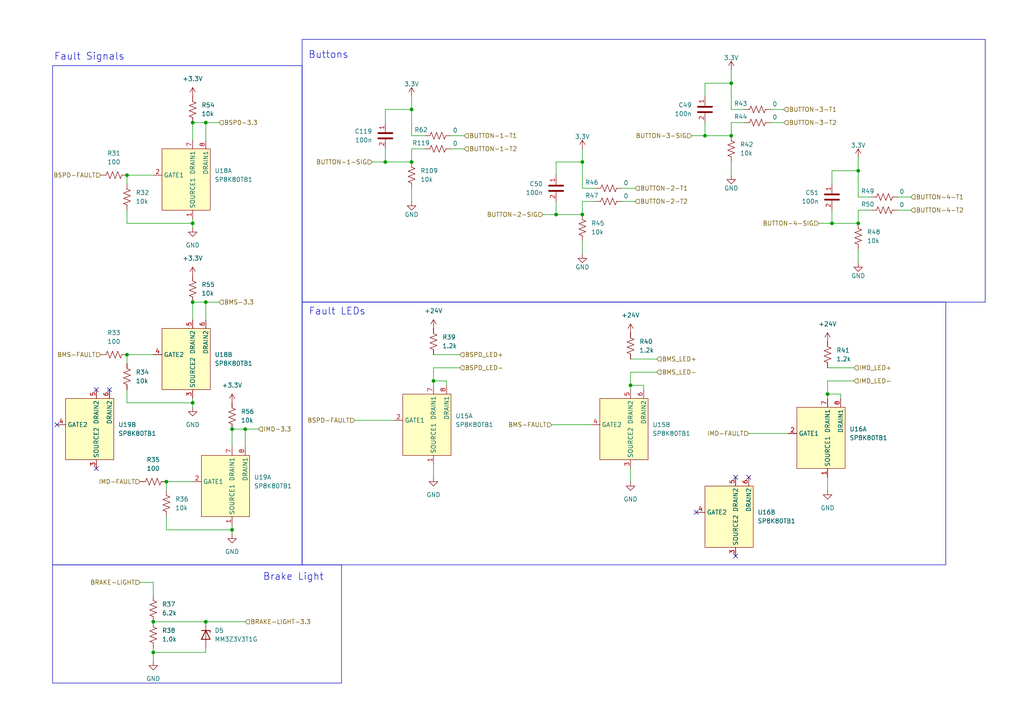
<source format=kicad_sch>
(kicad_sch (version 20250114) (generator "eeschema") (generator_version "9.0")
  (paper "A4")
  (rectangle (start 87.63 11.43) (end 285.75 87.63))
  (rectangle (start 15.24 163.83) (end 99.06 198.12))
  (rectangle (start 15.24 19.05) (end 87.63 163.83))
  (rectangle (start 87.63 87.63) (end 274.32 163.83))
  (text "Fault LEDs" (at 97.79 90.424 0) (effects (font (size 2.032 2.032))))
  (text "Fault Signals" (at 25.908 16.51 0) (effects (font (size 2.032 2.032))))
  (text "Buttons\n" (at 95.25 16.002 0) (effects (font (size 2.032 2.032))))
  (text "Brake Light\n" (at 85.09 167.386 0) (effects (font (size 2.032 2.032))))
  (junction (at 59.69 180.34))
  (junction (at 67.31 153.67))
  (junction (at 55.88 64.77))
  (junction (at 248.92 49.53))
  (junction (at 161.29 62.23))
  (junction (at 241.3 64.77))
  (junction (at 55.88 35.56))
  (junction (at 48.26 139.7))
  (junction (at 36.83 50.8))
  (junction (at 212.09 24.13))
  (junction (at 168.91 46.99))
  (junction (at 182.88 111.76))
  (junction (at 111.76 46.99))
  (junction (at 119.38 31.75))
  (junction (at 55.88 87.63))
  (junction (at 204.47 39.37))
  (junction (at 248.92 64.77))
  (junction (at 55.88 116.84))
  (junction (at 59.69 35.56))
  (junction (at 36.83 102.87))
  (junction (at 67.31 124.46))
  (junction (at 240.03 114.3))
  (junction (at 59.69 87.63))
  (junction (at 212.09 39.37))
  (junction (at 119.38 46.99))
  (junction (at 71.12 124.46))
  (junction (at 44.45 189.23))
  (junction (at 168.91 62.23))
  (junction (at 125.73 110.49))
  (junction (at 44.45 180.34))
  (no_connect (at 217.17 138.43))
  (no_connect (at 213.36 161.29))
  (no_connect (at 27.94 135.89))
  (no_connect (at 213.36 138.43))
  (no_connect (at 31.75 113.03))
  (no_connect (at 201.93 148.59))
  (no_connect (at 27.94 113.03))
  (no_connect (at 16.51 123.19))
  (wire (pts (xy 161.29 62.23) (xy 168.91 62.23)))
  (wire (pts (xy 44.45 180.34) (xy 59.69 180.34)))
  (wire (pts (xy 248.92 45.72) (xy 248.92 49.53)))
  (wire (pts (xy 55.88 64.77) (xy 55.88 66.04)))
  (wire (pts (xy 223.52 35.56) (xy 227.33 35.56)))
  (wire (pts (xy 180.34 54.61) (xy 184.15 54.61)))
  (wire (pts (xy 168.91 43.18) (xy 168.91 46.99)))
  (wire (pts (xy 241.3 49.53) (xy 248.92 49.53)))
  (wire (pts (xy 243.84 115.57) (xy 243.84 114.3)))
  (wire (pts (xy 240.03 114.3) (xy 240.03 110.49)))
  (wire (pts (xy 260.35 60.96) (xy 264.16 60.96)))
  (wire (pts (xy 102.87 121.92) (xy 114.3 121.92)))
  (wire (pts (xy 168.91 46.99) (xy 168.91 54.61)))
  (wire (pts (xy 119.38 43.18) (xy 119.38 46.99)))
  (wire (pts (xy 204.47 39.37) (xy 212.09 39.37)))
  (wire (pts (xy 248.92 72.39) (xy 248.92 76.2)))
  (wire (pts (xy 217.17 125.73) (xy 228.6 125.73)))
  (wire (pts (xy 248.92 60.96) (xy 248.92 64.77)))
  (wire (pts (xy 130.81 43.18) (xy 134.62 43.18)))
  (wire (pts (xy 190.5 104.14) (xy 182.88 104.14)))
  (wire (pts (xy 200.66 39.37) (xy 204.47 39.37)))
  (wire (pts (xy 111.76 46.99) (xy 111.76 43.18)))
  (wire (pts (xy 67.31 152.4) (xy 67.31 153.67)))
  (wire (pts (xy 36.83 116.84) (xy 55.88 116.84)))
  (wire (pts (xy 248.92 57.15) (xy 252.73 57.15)))
  (wire (pts (xy 157.48 62.23) (xy 161.29 62.23)))
  (wire (pts (xy 248.92 60.96) (xy 252.73 60.96)))
  (wire (pts (xy 67.31 153.67) (xy 67.31 154.94)))
  (wire (pts (xy 168.91 69.85) (xy 168.91 73.66)))
  (wire (pts (xy 36.83 113.03) (xy 36.83 116.84)))
  (wire (pts (xy 119.38 43.18) (xy 123.19 43.18)))
  (wire (pts (xy 182.88 107.95) (xy 190.5 107.95)))
  (wire (pts (xy 40.64 168.91) (xy 44.45 168.91)))
  (wire (pts (xy 119.38 27.94) (xy 119.38 31.75)))
  (wire (pts (xy 168.91 58.42) (xy 168.91 62.23)))
  (wire (pts (xy 111.76 31.75) (xy 111.76 35.56)))
  (wire (pts (xy 182.88 111.76) (xy 182.88 113.03)))
  (wire (pts (xy 36.83 60.96) (xy 36.83 64.77)))
  (wire (pts (xy 55.88 35.56) (xy 55.88 40.64)))
  (wire (pts (xy 107.95 46.99) (xy 111.76 46.99)))
  (wire (pts (xy 71.12 124.46) (xy 71.12 129.54)))
  (wire (pts (xy 44.45 168.91) (xy 44.45 172.72)))
  (wire (pts (xy 125.73 110.49) (xy 125.73 106.68)))
  (wire (pts (xy 48.26 139.7) (xy 48.26 142.24)))
  (wire (pts (xy 44.45 189.23) (xy 44.45 191.77)))
  (wire (pts (xy 161.29 46.99) (xy 168.91 46.99)))
  (wire (pts (xy 67.31 124.46) (xy 71.12 124.46)))
  (wire (pts (xy 55.88 87.63) (xy 55.88 92.71)))
  (wire (pts (xy 36.83 102.87) (xy 36.83 105.41)))
  (wire (pts (xy 241.3 49.53) (xy 241.3 53.34)))
  (wire (pts (xy 48.26 149.86) (xy 48.26 153.67)))
  (wire (pts (xy 212.09 24.13) (xy 212.09 31.75)))
  (wire (pts (xy 212.09 20.32) (xy 212.09 24.13)))
  (wire (pts (xy 133.35 102.87) (xy 125.73 102.87)))
  (wire (pts (xy 67.31 124.46) (xy 67.31 129.54)))
  (wire (pts (xy 119.38 31.75) (xy 119.38 39.37)))
  (wire (pts (xy 130.81 39.37) (xy 134.62 39.37)))
  (wire (pts (xy 182.88 111.76) (xy 182.88 107.95)))
  (wire (pts (xy 119.38 39.37) (xy 123.19 39.37)))
  (wire (pts (xy 247.65 106.68) (xy 240.03 106.68)))
  (wire (pts (xy 240.03 114.3) (xy 240.03 115.57)))
  (wire (pts (xy 71.12 124.46) (xy 74.93 124.46)))
  (wire (pts (xy 44.45 187.96) (xy 44.45 189.23)))
  (wire (pts (xy 125.73 110.49) (xy 125.73 111.76)))
  (wire (pts (xy 129.54 110.49) (xy 125.73 110.49)))
  (wire (pts (xy 212.09 35.56) (xy 215.9 35.56)))
  (wire (pts (xy 111.76 46.99) (xy 119.38 46.99)))
  (wire (pts (xy 240.03 138.43) (xy 240.03 142.24)))
  (wire (pts (xy 204.47 39.37) (xy 204.47 35.56)))
  (wire (pts (xy 260.35 57.15) (xy 264.16 57.15)))
  (wire (pts (xy 48.26 153.67) (xy 67.31 153.67)))
  (wire (pts (xy 111.76 31.75) (xy 119.38 31.75)))
  (wire (pts (xy 186.69 111.76) (xy 182.88 111.76)))
  (wire (pts (xy 168.91 54.61) (xy 172.72 54.61)))
  (wire (pts (xy 59.69 87.63) (xy 59.69 92.71)))
  (wire (pts (xy 59.69 35.56) (xy 59.69 40.64)))
  (wire (pts (xy 55.88 87.63) (xy 59.69 87.63)))
  (wire (pts (xy 36.83 50.8) (xy 44.45 50.8)))
  (wire (pts (xy 59.69 187.96) (xy 59.69 189.23)))
  (wire (pts (xy 182.88 135.89) (xy 182.88 139.7)))
  (wire (pts (xy 204.47 24.13) (xy 212.09 24.13)))
  (wire (pts (xy 241.3 64.77) (xy 248.92 64.77)))
  (wire (pts (xy 129.54 111.76) (xy 129.54 110.49)))
  (wire (pts (xy 55.88 115.57) (xy 55.88 116.84)))
  (wire (pts (xy 36.83 64.77) (xy 55.88 64.77)))
  (wire (pts (xy 119.38 54.61) (xy 119.38 58.42)))
  (wire (pts (xy 212.09 46.99) (xy 212.09 50.8)))
  (wire (pts (xy 204.47 24.13) (xy 204.47 27.94)))
  (wire (pts (xy 161.29 62.23) (xy 161.29 58.42)))
  (wire (pts (xy 125.73 106.68) (xy 133.35 106.68)))
  (wire (pts (xy 240.03 110.49) (xy 247.65 110.49)))
  (wire (pts (xy 55.88 63.5) (xy 55.88 64.77)))
  (wire (pts (xy 243.84 114.3) (xy 240.03 114.3)))
  (wire (pts (xy 237.49 64.77) (xy 241.3 64.77)))
  (wire (pts (xy 168.91 58.42) (xy 172.72 58.42)))
  (wire (pts (xy 125.73 134.62) (xy 125.73 138.43)))
  (wire (pts (xy 180.34 58.42) (xy 184.15 58.42)))
  (wire (pts (xy 36.83 102.87) (xy 44.45 102.87)))
  (wire (pts (xy 161.29 46.99) (xy 161.29 50.8)))
  (wire (pts (xy 55.88 35.56) (xy 59.69 35.56)))
  (wire (pts (xy 59.69 35.56) (xy 63.5 35.56)))
  (wire (pts (xy 212.09 35.56) (xy 212.09 39.37)))
  (wire (pts (xy 59.69 189.23) (xy 44.45 189.23)))
  (wire (pts (xy 186.69 113.03) (xy 186.69 111.76)))
  (wire (pts (xy 55.88 116.84) (xy 55.88 118.11)))
  (wire (pts (xy 241.3 64.77) (xy 241.3 60.96)))
  (wire (pts (xy 248.92 49.53) (xy 248.92 57.15)))
  (wire (pts (xy 48.26 139.7) (xy 55.88 139.7)))
  (wire (pts (xy 212.09 31.75) (xy 215.9 31.75)))
  (wire (pts (xy 59.69 87.63) (xy 63.5 87.63)))
  (wire (pts (xy 223.52 31.75) (xy 227.33 31.75)))
  (wire (pts (xy 160.02 123.19) (xy 171.45 123.19)))
  (wire (pts (xy 59.69 180.34) (xy 71.12 180.34)))
  (wire (pts (xy 36.83 50.8) (xy 36.83 53.34)))
  (hierarchical_label "IMD_LED+" (shape input) (at 247.65 106.68 0))
  (hierarchical_label "BSPD-FAULT" (shape input) (at 29.21 50.8 180))
  (hierarchical_label "IMD-FAULT" (shape input) (at 40.64 139.7 180))
  (hierarchical_label "BMS_LED+" (shape input) (at 190.5 104.14 0))
  (hierarchical_label "BMS_LED-" (shape input) (at 190.5 107.95 0))
  (hierarchical_label "BMS-FAULT" (shape input) (at 29.21 102.87 180))
  (hierarchical_label "BUTTON-2-T1" (shape input) (at 184.15 54.61 0))
  (hierarchical_label "IMD-FAULT" (shape input) (at 217.17 125.73 180))
  (hierarchical_label "BSPD-3.3" (shape input) (at 63.5 35.56 0))
  (hierarchical_label "IMD-3.3" (shape input) (at 74.93 124.46 0))
  (hierarchical_label "BSPD_LED+" (shape input) (at 133.35 102.87 0))
  (hierarchical_label "BSPD_LED-" (shape input) (at 133.35 106.68 0))
  (hierarchical_label "BRAKE-LIGHT" (shape input) (at 40.64 168.91 180))
  (hierarchical_label "IMD_LED-" (shape input) (at 247.65 110.49 0))
  (hierarchical_label "BUTTON-4-SIG" (shape input) (at 237.49 64.77 180))
  (hierarchical_label "BUTTON-3-SIG" (shape input) (at 200.66 39.37 180))
  (hierarchical_label "BUTTON-3-T2" (shape input) (at 227.33 35.56 0))
  (hierarchical_label "BUTTON-4-T1" (shape input) (at 264.16 57.15 0))
  (hierarchical_label "BUTTON-1-T2" (shape input) (at 134.62 43.18 0))
  (hierarchical_label "BUTTON-4-T2" (shape input) (at 264.16 60.96 0))
  (hierarchical_label "BUTTON-1-SIG" (shape input) (at 107.95 46.99 180))
  (hierarchical_label "BSPD-FAULT" (shape input) (at 102.87 121.92 180))
  (hierarchical_label "BUTTON-2-T2" (shape input) (at 184.15 58.42 0))
  (hierarchical_label "BMS-3.3" (shape input) (at 63.5 87.63 0))
  (hierarchical_label "BUTTON-3-T1" (shape input) (at 227.33 31.75 0))
  (hierarchical_label "BMS-FAULT" (shape input) (at 160.02 123.19 180))
  (hierarchical_label "BRAKE-LIGHT-3.3" (shape input) (at 71.12 180.34 0))
  (hierarchical_label "BUTTON-1-T1" (shape input) (at 134.62 39.37 0))
  (hierarchical_label "BUTTON-2-SIG" (shape input) (at 157.48 62.23 180))
  (symbol (lib_id "power:GND") (at 240.03 142.24 0) (unit 1)
    (property "Reference" "#PWR081" (effects (hide yes)))
    (property "Value" "GND" (at 240.03 147.32 0))
    (property "Description" "Power symbol creates a global label with name \"GND\" , ground" (effects (hide yes)))
  )
  (symbol (lib_id "power:GND") (at 125.73 138.43 0) (unit 1)
    (property "Reference" "#PWR076" (effects (hide yes)))
    (property "Value" "GND" (at 125.73 143.51 0))
    (property "Description" "Power symbol creates a global label with name \"GND\" , ground" (effects (hide yes)))
  )
  (symbol (lib_id "bfr_resistors:RMCF0805ZT0R00") (at 256.54 57.15 0) (unit 1)
    (property "Reference" "R49" (at 251.6681 55.451 0))
    (property "Value" "0" (at 261.5717 55.5843 0))
    (property "Footprint" "Resistor_SMD:R_0805_2012Metric_Pad1.20x1.40mm_HandSolder" (effects (hide yes)))
    (property "Datasheet" "https://www.seielect.com/catalog/sei-rmcf_rmcp.pdf" (effects (hide yes)))
    (property "Description" "0Ω 0805 JLCPCB Basic Resistor" (effects (hide yes)))
    (property "Sim.Device" "SUBCKT" (effects (hide yes)))
    (property "Sim.Pins" "1=P1 2=P2" (effects (hide yes)))
    (property "Sim.Library" "${BFRUH_DIR}/Electronics/spice_models/bfr_resistors/RMCF0805ZT0R00.lib" (effects (hide yes)))
    (property "Sim.Name" "RMCF0805ZT0R00" (effects (hide yes)))
    (property "Pretty Name" "0Ω 0805 Resistor" (effects (hide yes)))
    (property "Order From" "LCSC" (effects (hide yes)))
    (property "Digikey P/N" "RMCF0805ZT0R00CT-ND" (effects (hide yes)))
    (property "Mouser P/N" "708-RMCF0805ZT0R00" (effects (hide yes)))
    (property "LCSC P/N" "C17477" (effects (hide yes)))
    (property "JLCPCB Basic Part" "Yes" (effects (hide yes)))
    (property "Created by" "resistor_generator.py script using e24_resistor_bible_spec.txt" (effects (hide yes)))
    (property "LCSC Part #" "C17477" (effects (hide yes)))
  )
  (symbol (lib_id "bfr_resistors:RMCF0805ZT0R00") (at 219.71 35.56 0) (unit 1)
    (property "Reference" "R44" (at 214.8381 33.861 0))
    (property "Value" "0" (at 224.7417 33.9943 0))
    (property "Footprint" "Resistor_SMD:R_0805_2012Metric_Pad1.20x1.40mm_HandSolder" (effects (hide yes)))
    (property "Datasheet" "https://www.seielect.com/catalog/sei-rmcf_rmcp.pdf" (effects (hide yes)))
    (property "Description" "0Ω 0805 JLCPCB Basic Resistor" (effects (hide yes)))
    (property "Sim.Device" "SUBCKT" (effects (hide yes)))
    (property "Sim.Pins" "1=P1 2=P2" (effects (hide yes)))
    (property "Sim.Library" "${BFRUH_DIR}/Electronics/spice_models/bfr_resistors/RMCF0805ZT0R00.lib" (effects (hide yes)))
    (property "Sim.Name" "RMCF0805ZT0R00" (effects (hide yes)))
    (property "Pretty Name" "0Ω 0805 Resistor" (effects (hide yes)))
    (property "Order From" "LCSC" (effects (hide yes)))
    (property "Digikey P/N" "RMCF0805ZT0R00CT-ND" (effects (hide yes)))
    (property "Mouser P/N" "708-RMCF0805ZT0R00" (effects (hide yes)))
    (property "LCSC P/N" "C17477" (effects (hide yes)))
    (property "JLCPCB Basic Part" "Yes" (effects (hide yes)))
    (property "Created by" "resistor_generator.py script using e24_resistor_bible_spec.txt" (effects (hide yes)))
    (property "LCSC Part #" "C17477" (effects (hide yes)))
  )
  (symbol (lib_id "BFR Resistors:RMCF0603FT10K0") (at 67.31 120.65 90) (unit 1)
    (property "Reference" "R56" (at 69.85 119.3799 90) (effects (justify right)))
    (property "Value" "10k" (at 69.85 121.9199 90) (effects (justify right)))
    (property "Footprint" "Resistor_SMD:R_0603_1608Metric_Pad0.98x0.95mm_HandSolder" (effects (hide yes)))
    (property "Datasheet" "https://www.seielect.com/catalog/sei-rmcf_rmcp.pdf" (effects (hide yes)))
    (property "Description" "10kΩ 0603 JLCPCB Basic Resistor" (effects (hide yes)))
    (property "Sim.Device" "SUBCKT" (effects (hide yes)))
    (property "Sim.Pins" "1=P1 2=P2" (effects (hide yes)))
    (property "Sim.Library" "${BFRUH_DIR}/Electronics/spice_models/bfr_resistors/RMCF0603FT10K0.lib" (effects (hide yes)))
    (property "Sim.Name" "RMCF0603FT10K0" (effects (hide yes)))
    (property "Pretty Name" "10kΩ 0603 Resistor" (effects (hide yes)))
    (property "Order From" "LCSC" (effects (hide yes)))
    (property "Digikey P/N" "RMCF0603FT10K0CT-ND" (effects (hide yes)))
    (property "Mouser P/N" "708-RMCF0603FT10K0" (effects (hide yes)))
    (property "LCSC P/N" "C25804" (effects (hide yes)))
    (property "JLCPCB Basic Part" "Yes" (effects (hide yes)))
    (property "Created by" "resistor_generator.py script using e24_resistor_bible_spec.txt" (effects (hide yes)))
  )
  (symbol (lib_id "power:+24V") (at 182.88 96.52 0) (unit 1)
    (property "Reference" "#PWR078" (effects (hide yes)))
    (property "Value" "+24V" (at 182.88 91.44 0))
    (property "Description" "Power symbol creates a global label with name \"+24V\"" (effects (hide yes)))
  )
  (symbol (lib_id "power:VCC") (at 212.09 20.32 0) (unit 1)
    (property "Reference" "#PWR082" (effects (hide yes)))
    (property "Value" "3.3V" (at 212.09 16.764 0))
    (property "Description" "Power symbol creates a global label with name \"VCC\"" (effects (hide yes)))
  )
  (symbol (lib_id "power:+3.3V") (at 55.88 27.94 0) (unit 1)
    (property "Reference" "#PWR0100" (effects (hide yes)))
    (property "Value" "+3.3V" (at 55.88 22.86 0))
    (property "Description" "Power symbol creates a global label with name \"+3.3V\"" (effects (hide yes)))
  )
  (symbol (lib_id "power:VCC") (at 168.91 43.18 0) (unit 1)
    (property "Reference" "#PWR084" (effects (hide yes)))
    (property "Value" "3.3V" (at 168.91 39.624 0))
    (property "Description" "Power symbol creates a global label with name \"VCC\"" (effects (hide yes)))
  )
  (symbol (lib_id "bfr_resistors:RMCF0805ZT0R00") (at 256.54 60.96 0) (unit 1)
    (property "Reference" "R50" (at 251.6681 59.261 0))
    (property "Value" "0" (at 261.5717 59.3943 0))
    (property "Footprint" "Resistor_SMD:R_0805_2012Metric_Pad1.20x1.40mm_HandSolder" (effects (hide yes)))
    (property "Datasheet" "https://www.seielect.com/catalog/sei-rmcf_rmcp.pdf" (effects (hide yes)))
    (property "Description" "0Ω 0805 JLCPCB Basic Resistor" (effects (hide yes)))
    (property "Sim.Device" "SUBCKT" (effects (hide yes)))
    (property "Sim.Pins" "1=P1 2=P2" (effects (hide yes)))
    (property "Sim.Library" "${BFRUH_DIR}/Electronics/spice_models/bfr_resistors/RMCF0805ZT0R00.lib" (effects (hide yes)))
    (property "Sim.Name" "RMCF0805ZT0R00" (effects (hide yes)))
    (property "Pretty Name" "0Ω 0805 Resistor" (effects (hide yes)))
    (property "Order From" "LCSC" (effects (hide yes)))
    (property "Digikey P/N" "RMCF0805ZT0R00CT-ND" (effects (hide yes)))
    (property "Mouser P/N" "708-RMCF0805ZT0R00" (effects (hide yes)))
    (property "LCSC P/N" "C17477" (effects (hide yes)))
    (property "JLCPCB Basic Part" "Yes" (effects (hide yes)))
    (property "Created by" "resistor_generator.py script using e24_resistor_bible_spec.txt" (effects (hide yes)))
    (property "LCSC Part #" "C17477" (effects (hide yes)))
  )
  (symbol (lib_id "SP8KK80TB1:SP8K80TB1") (at 57.15 92.71 0) (unit 2)
    (property "Reference" "U18" (at 62.23 102.8699 0) (effects (justify left)))
    (property "Value" "SP8K80TB1" (at 62.23 105.4099 0) (effects (justify left)))
    (property "Datasheet" "https://fscdn.rohm.com/en/products/databook/datasheet/discrete/transistor/mosfet/sp8k80.pdf" (effects (hide yes)))
    (property "Mouser P/N" "755-SP8K80TB1 " (effects (hide yes)))
    (property "LCSC P/N" "C17689842" (effects (hide yes)))
  )
  (symbol (lib_id "bfr_capacitors:08051C104KAT4A") (at 161.29 54.61 0) (mirror y) (unit 1)
    (property "Reference" "C50" (at 157.48 53.3399 0) (effects (justify left)))
    (property "Value" "100n" (at 157.48 55.8799 0) (effects (justify left)))
    (property "Footprint" "Capacitor_SMD:C_0805_2012Metric_Pad1.18x1.45mm_HandSolder" (effects (hide yes)))
    (property "Description" "100nF±10% X7R 25V JLCPCB Basic 0805 Capacitor" (effects (hide yes)))
    (property "Sim.Device" "SUBCKT" (effects (hide yes)))
    (property "Sim.Pins" "1=P1 2=P2" (effects (hide yes)))
    (property "Sim.Library" "${BFRUH_DIR}/Electronics/spice_models/bfr_capacitors/08051C104KAT4A.lib" (effects (hide yes)))
    (property "Sim.Name" "08051C104KAT4A" (effects (hide yes)))
    (property "Pretty Name" "100nF 25V 0805 Capacitor" (effects (hide yes)))
    (property "Order From" "LCSC" (effects (hide yes)))
    (property "Mouser P/N" "581-08051C104KAT4A" (effects (hide yes)))
    (property "LCSC P/N" "C28233" (effects (hide yes)))
    (property "JLCPCB Basic Part" "Yes" (effects (hide yes)))
    (property "Created by" "capacitor_generator.py script using capacitor_bible_spec.txt" (effects (hide yes)))
    (property "LCSC Part #" "C28233" (effects (hide yes)))
  )
  (symbol (lib_id "BFR Resistors:RMCF0603FT1K20") (at 125.73 99.06 90) (unit 1)
    (property "Reference" "R39" (at 128.27 97.7899 90) (effects (justify right)))
    (property "Value" "1.2k" (at 128.27 100.3299 90) (effects (justify right)))
    (property "Footprint" "Resistor_SMD:R_0603_1608Metric_Pad0.98x0.95mm_HandSolder" (effects (hide yes)))
    (property "Datasheet" "https://www.seielect.com/catalog/sei-rmcf_rmcp.pdf" (effects (hide yes)))
    (property "Description" "1.2kΩ 0603 JLCPCB Basic Resistor" (effects (hide yes)))
    (property "Sim.Device" "SUBCKT" (effects (hide yes)))
    (property "Sim.Pins" "1=P1 2=P2" (effects (hide yes)))
    (property "Sim.Library" "${BFRUH_DIR}/Electronics/spice_models/bfr_resistors/RMCF0603FT1K20.lib" (effects (hide yes)))
    (property "Sim.Name" "RMCF0603FT1K20" (effects (hide yes)))
    (property "Pretty Name" "1.2kΩ 0603 Resistor" (effects (hide yes)))
    (property "Order From" "LCSC" (effects (hide yes)))
    (property "Digikey P/N" "RMCF0603FT1K20CT-ND" (effects (hide yes)))
    (property "Mouser P/N" "708-RMCF0603FT1K20" (effects (hide yes)))
    (property "LCSC P/N" "C22765" (effects (hide yes)))
    (property "JLCPCB Basic Part" "Yes" (effects (hide yes)))
    (property "Created by" "resistor_generator.py script using e24_resistor_bible_spec.txt" (effects (hide yes)))
  )
  (symbol (lib_id "power:VCC") (at 119.38 27.94 0) (unit 1)
    (property "Reference" "#PWR0183" (effects (hide yes)))
    (property "Value" "3.3V" (at 119.38 24.384 0))
    (property "Description" "Power symbol creates a global label with name \"VCC\"" (effects (hide yes)))
  )
  (symbol (lib_id "power:GND") (at 248.92 76.2 0) (unit 1)
    (property "Reference" "#PWR087" (effects (hide yes)))
    (property "Value" "GND" (at 248.92 80.01 0))
    (property "Description" "Power symbol creates a global label with name \"GND\" , ground" (effects (hide yes)))
  )
  (symbol (lib_id "bfr_capacitors:08051C104KAT4A") (at 204.47 31.75 0) (mirror y) (unit 1)
    (property "Reference" "C49" (at 200.66 30.4799 0) (effects (justify left)))
    (property "Value" "100n" (at 200.66 33.0199 0) (effects (justify left)))
    (property "Footprint" "Capacitor_SMD:C_0805_2012Metric_Pad1.18x1.45mm_HandSolder" (effects (hide yes)))
    (property "Description" "100nF±10% X7R 25V JLCPCB Basic 0805 Capacitor" (effects (hide yes)))
    (property "Sim.Device" "SUBCKT" (effects (hide yes)))
    (property "Sim.Pins" "1=P1 2=P2" (effects (hide yes)))
    (property "Sim.Library" "${BFRUH_DIR}/Electronics/spice_models/bfr_capacitors/08051C104KAT4A.lib" (effects (hide yes)))
    (property "Sim.Name" "08051C104KAT4A" (effects (hide yes)))
    (property "Pretty Name" "100nF 25V 0805 Capacitor" (effects (hide yes)))
    (property "Order From" "LCSC" (effects (hide yes)))
    (property "Mouser P/N" "581-08051C104KAT4A" (effects (hide yes)))
    (property "LCSC P/N" "C28233" (effects (hide yes)))
    (property "JLCPCB Basic Part" "Yes" (effects (hide yes)))
    (property "Created by" "capacitor_generator.py script using capacitor_bible_spec.txt" (effects (hide yes)))
    (property "LCSC Part #" "C28233" (effects (hide yes)))
  )
  (symbol (lib_id "bfr_capacitors:08051C104KAT4A") (at 111.76 39.37 0) (mirror y) (unit 1)
    (property "Reference" "C119" (at 107.95 38.0999 0) (effects (justify left)))
    (property "Value" "100n" (at 107.95 40.6399 0) (effects (justify left)))
    (property "Footprint" "Capacitor_SMD:C_0805_2012Metric_Pad1.18x1.45mm_HandSolder" (effects (hide yes)))
    (property "Description" "100nF±10% X7R 25V JLCPCB Basic 0805 Capacitor" (effects (hide yes)))
    (property "Sim.Device" "SUBCKT" (effects (hide yes)))
    (property "Sim.Pins" "1=P1 2=P2" (effects (hide yes)))
    (property "Sim.Library" "${BFRUH_DIR}/Electronics/spice_models/bfr_capacitors/08051C104KAT4A.lib" (effects (hide yes)))
    (property "Sim.Name" "08051C104KAT4A" (effects (hide yes)))
    (property "Pretty Name" "100nF 25V 0805 Capacitor" (effects (hide yes)))
    (property "Order From" "LCSC" (effects (hide yes)))
    (property "Mouser P/N" "581-08051C104KAT4A" (effects (hide yes)))
    (property "LCSC P/N" "C28233" (effects (hide yes)))
    (property "JLCPCB Basic Part" "Yes" (effects (hide yes)))
    (property "Created by" "capacitor_generator.py script using capacitor_bible_spec.txt" (effects (hide yes)))
    (property "LCSC Part #" "C28233" (effects (hide yes)))
  )
  (symbol (lib_id "SP8KK80TB1:SP8K80TB1") (at 214.63 138.43 0) (unit 2)
    (property "Reference" "U16" (at 219.71 148.5899 0) (effects (justify left)))
    (property "Value" "SP8K80TB1" (at 219.71 151.1299 0) (effects (justify left)))
    (property "Datasheet" "https://fscdn.rohm.com/en/products/databook/datasheet/discrete/transistor/mosfet/sp8k80.pdf" (effects (hide yes)))
    (property "Mouser P/N" "755-SP8K80TB1 " (effects (hide yes)))
    (property "LCSC P/N" "C17689842" (effects (hide yes)))
  )
  (symbol (lib_name "SP8K80TB1_1") (lib_id "SP8KK80TB1:SP8K80TB1") (at 127 109.22 0) (unit 1)
    (property "Reference" "U15" (at 132.08 120.6499 0) (effects (justify left)))
    (property "Value" "SP8K80TB1" (at 132.08 123.1899 0) (effects (justify left)))
    (property "Datasheet" "https://fscdn.rohm.com/en/products/databook/datasheet/discrete/transistor/mosfet/sp8k80.pdf" (effects (hide yes)))
    (property "Mouser P/N" "755-SP8K80TB1 " (effects (hide yes)))
    (property "LCSC P/N" "C17689842" (effects (hide yes)))
  )
  (symbol (lib_id "power:GND") (at 212.09 50.8 0) (unit 1)
    (property "Reference" "#PWR083" (effects (hide yes)))
    (property "Value" "GND" (at 212.09 54.61 0))
    (property "Description" "Power symbol creates a global label with name \"GND\" , ground" (effects (hide yes)))
  )
  (symbol (lib_id "power:GND") (at 119.38 58.42 0) (unit 1)
    (property "Reference" "#PWR0184" (effects (hide yes)))
    (property "Value" "GND" (at 119.38 62.23 0))
    (property "Description" "Power symbol creates a global label with name \"GND\" , ground" (effects (hide yes)))
  )
  (symbol (lib_name "SP8K80TB1_1") (lib_id "SP8KK80TB1:SP8K80TB1") (at 241.3 113.03 0) (unit 1)
    (property "Reference" "U16" (at 246.38 124.4599 0) (effects (justify left)))
    (property "Value" "SP8K80TB1" (at 246.38 126.9999 0) (effects (justify left)))
    (property "Datasheet" "https://fscdn.rohm.com/en/products/databook/datasheet/discrete/transistor/mosfet/sp8k80.pdf" (effects (hide yes)))
    (property "Mouser P/N" "755-SP8K80TB1 " (effects (hide yes)))
    (property "LCSC P/N" "C17689842" (effects (hide yes)))
  )
  (symbol (lib_id "power:+24V") (at 125.73 95.25 0) (unit 1)
    (property "Reference" "#PWR077" (effects (hide yes)))
    (property "Value" "+24V" (at 125.73 90.17 0))
    (property "Description" "Power symbol creates a global label with name \"+24V\"" (effects (hide yes)))
  )
  (symbol (lib_name "SP8K80TB1_1") (lib_id "SP8KK80TB1:SP8K80TB1") (at 57.15 38.1 0) (unit 1)
    (property "Reference" "U18" (at 62.23 49.5299 0) (effects (justify left)))
    (property "Value" "SP8K80TB1" (at 62.23 52.0699 0) (effects (justify left)))
    (property "Datasheet" "https://fscdn.rohm.com/en/products/databook/datasheet/discrete/transistor/mosfet/sp8k80.pdf" (effects (hide yes)))
    (property "Mouser P/N" "755-SP8K80TB1 " (effects (hide yes)))
    (property "LCSC P/N" "C17689842" (effects (hide yes)))
  )
  (symbol (lib_id "SP8KK80TB1:SP8K80TB1") (at 184.15 113.03 0) (unit 2)
    (property "Reference" "U15" (at 189.23 123.1899 0) (effects (justify left)))
    (property "Value" "SP8K80TB1" (at 189.23 125.7299 0) (effects (justify left)))
    (property "Datasheet" "https://fscdn.rohm.com/en/products/databook/datasheet/discrete/transistor/mosfet/sp8k80.pdf" (effects (hide yes)))
    (property "Mouser P/N" "755-SP8K80TB1 " (effects (hide yes)))
    (property "LCSC P/N" "C17689842" (effects (hide yes)))
  )
  (symbol (lib_id "BFR Resistors:RMCF0603FT100R") (at 44.45 139.7 0) (unit 1)
    (property "Reference" "R35" (at 44.45 133.35 0))
    (property "Value" "100" (at 44.45 135.89 0))
    (property "Footprint" "Resistor_SMD:R_0603_1608Metric_Pad0.98x0.95mm_HandSolder" (effects (hide yes)))
    (property "Datasheet" "https://www.seielect.com/catalog/sei-rmcf_rmcp.pdf" (effects (hide yes)))
    (property "Description" "100Ω 0603 JLCPCB Basic Resistor" (effects (hide yes)))
    (property "Sim.Device" "SUBCKT" (effects (hide yes)))
    (property "Sim.Pins" "1=P1 2=P2" (effects (hide yes)))
    (property "Sim.Library" "${BFRUH_DIR}/Electronics/spice_models/bfr_resistors/RMCF0603FT100R.lib" (effects (hide yes)))
    (property "Sim.Name" "RMCF0603FT100R" (effects (hide yes)))
    (property "Pretty Name" "100Ω 0603 Resistor" (effects (hide yes)))
    (property "Order From" "LCSC" (effects (hide yes)))
    (property "Digikey P/N" "RMCF0603FT100RCT-ND" (effects (hide yes)))
    (property "Mouser P/N" "708-RMCF0603FT100R" (effects (hide yes)))
    (property "LCSC P/N" "C22775" (effects (hide yes)))
    (property "JLCPCB Basic Part" "Yes" (effects (hide yes)))
    (property "Created by" "resistor_generator.py script using e24_resistor_bible_spec.txt" (effects (hide yes)))
  )
  (symbol (lib_id ".Diode-Zener:MM3Z3V3T1G") (at 59.69 187.96 90) (unit 1)
    (property "Reference" "D5" (at 62.23 182.8799 90) (effects (justify right)))
    (property "Value" "MM3Z3V3T1G" (at 62.23 185.4199 90) (effects (justify right)))
    (property "Footprint" "Diode_SMD:D_SOD-323_HandSoldering" (effects (hide yes)))
    (property "Datasheet" "https://www.onsemi.com/download/data-sheet/pdf/mm3z2v4t1-d.pdf" (effects (hide yes)))
    (property "Description" "Zener Diode 3.3V 300mW" (effects (hide yes)))
    (property "Link" "https://jlcpcb.com/partdetail/Onsemi-MM3Z3V3T1G/C75073" (effects (hide yes)))
    (property "Manufacturer" "Onsemi" (effects (hide yes)))
    (property "Manufacturer P/N" "MM3Z3V3T1G" (effects (hide yes)))
    (property "Digikey P/N" "MM3Z3V3T1GOSCT-ND" (effects (hide yes)))
    (property "Mouser P/N" "863-MM3Z3V3T1G" (effects (hide yes)))
    (property "LCSC P/N" "C75073" (effects (hide yes)))
  )
  (symbol (lib_id "BFR Resistors:RMCF0603FT1K20") (at 182.88 100.33 90) (unit 1)
    (property "Reference" "R40" (at 185.42 99.0599 90) (effects (justify right)))
    (property "Value" "1.2k" (at 185.42 101.5999 90) (effects (justify right)))
    (property "Footprint" "Resistor_SMD:R_0603_1608Metric_Pad0.98x0.95mm_HandSolder" (effects (hide yes)))
    (property "Datasheet" "https://www.seielect.com/catalog/sei-rmcf_rmcp.pdf" (effects (hide yes)))
    (property "Description" "1.2kΩ 0603 JLCPCB Basic Resistor" (effects (hide yes)))
    (property "Sim.Device" "SUBCKT" (effects (hide yes)))
    (property "Sim.Pins" "1=P1 2=P2" (effects (hide yes)))
    (property "Sim.Library" "${BFRUH_DIR}/Electronics/spice_models/bfr_resistors/RMCF0603FT1K20.lib" (effects (hide yes)))
    (property "Sim.Name" "RMCF0603FT1K20" (effects (hide yes)))
    (property "Pretty Name" "1.2kΩ 0603 Resistor" (effects (hide yes)))
    (property "Order From" "LCSC" (effects (hide yes)))
    (property "Digikey P/N" "RMCF0603FT1K20CT-ND" (effects (hide yes)))
    (property "Mouser P/N" "708-RMCF0603FT1K20" (effects (hide yes)))
    (property "LCSC P/N" "C22765" (effects (hide yes)))
    (property "JLCPCB Basic Part" "Yes" (effects (hide yes)))
    (property "Created by" "resistor_generator.py script using e24_resistor_bible_spec.txt" (effects (hide yes)))
  )
  (symbol (lib_id "bfr_resistors:RMCF0805FT10K0") (at 248.92 68.58 90) (unit 1)
    (property "Reference" "R48" (at 251.46 67.3099 90) (effects (justify right)))
    (property "Value" "10k" (at 251.46 69.8499 90) (effects (justify right)))
    (property "Footprint" "Resistor_SMD:R_0805_2012Metric_Pad1.20x1.40mm_HandSolder" (effects (hide yes)))
    (property "Datasheet" "https://www.seielect.com/catalog/sei-rmcf_rmcp.pdf" (effects (hide yes)))
    (property "Description" "10kΩ 0805 JLCPCB Basic Resistor" (effects (hide yes)))
    (property "Sim.Device" "SUBCKT" (effects (hide yes)))
    (property "Sim.Pins" "1=P1 2=P2" (effects (hide yes)))
    (property "Sim.Library" "${BFRUH_DIR}/Electronics/spice_models/bfr_resistors/RMCF0805FT10K0.lib" (effects (hide yes)))
    (property "Sim.Name" "RMCF0805FT10K0" (effects (hide yes)))
    (property "Pretty Name" "10kΩ 0805 Resistor" (effects (hide yes)))
    (property "Order From" "LCSC" (effects (hide yes)))
    (property "Digikey P/N" "RMCF0805FT10K0CT-ND" (effects (hide yes)))
    (property "Mouser P/N" "708-RMCF0805FT10K0" (effects (hide yes)))
    (property "LCSC P/N" "C17414" (effects (hide yes)))
    (property "JLCPCB Basic Part" "Yes" (effects (hide yes)))
    (property "Created by" "resistor_generator.py script using e24_resistor_bible_spec.txt" (effects (hide yes)))
    (property "LCSC Part #" "C17414" (effects (hide yes)))
  )
  (symbol (lib_id "SP8KK80TB1:SP8K80TB1") (at 29.21 113.03 0) (unit 2)
    (property "Reference" "U19" (at 34.29 123.1899 0) (effects (justify left)))
    (property "Value" "SP8K80TB1" (at 34.29 125.7299 0) (effects (justify left)))
    (property "Datasheet" "https://fscdn.rohm.com/en/products/databook/datasheet/discrete/transistor/mosfet/sp8k80.pdf" (effects (hide yes)))
    (property "Mouser P/N" "755-SP8K80TB1 " (effects (hide yes)))
    (property "LCSC P/N" "C17689842" (effects (hide yes)))
  )
  (symbol (lib_id "power:GND") (at 44.45 191.77 0) (unit 1)
    (property "Reference" "#PWR075" (effects (hide yes)))
    (property "Value" "GND" (at 44.45 196.85 0))
    (property "Description" "Power symbol creates a global label with name \"GND\" , ground" (effects (hide yes)))
  )
  (symbol (lib_id "BFR Resistors:RMCF0603FT100R") (at 33.02 50.8 0) (unit 1)
    (property "Reference" "R31" (at 33.02 44.45 0))
    (property "Value" "100" (at 33.02 46.99 0))
    (property "Footprint" "Resistor_SMD:R_0603_1608Metric_Pad0.98x0.95mm_HandSolder" (effects (hide yes)))
    (property "Datasheet" "https://www.seielect.com/catalog/sei-rmcf_rmcp.pdf" (effects (hide yes)))
    (property "Description" "100Ω 0603 JLCPCB Basic Resistor" (effects (hide yes)))
    (property "Sim.Device" "SUBCKT" (effects (hide yes)))
    (property "Sim.Pins" "1=P1 2=P2" (effects (hide yes)))
    (property "Sim.Library" "${BFRUH_DIR}/Electronics/spice_models/bfr_resistors/RMCF0603FT100R.lib" (effects (hide yes)))
    (property "Sim.Name" "RMCF0603FT100R" (effects (hide yes)))
    (property "Pretty Name" "100Ω 0603 Resistor" (effects (hide yes)))
    (property "Order From" "LCSC" (effects (hide yes)))
    (property "Digikey P/N" "RMCF0603FT100RCT-ND" (effects (hide yes)))
    (property "Mouser P/N" "708-RMCF0603FT100R" (effects (hide yes)))
    (property "LCSC P/N" "C22775" (effects (hide yes)))
    (property "JLCPCB Basic Part" "Yes" (effects (hide yes)))
    (property "Created by" "resistor_generator.py script using e24_resistor_bible_spec.txt" (effects (hide yes)))
  )
  (symbol (lib_id "bfr_resistors:RMCF0805ZT0R00") (at 176.53 58.42 0) (unit 1)
    (property "Reference" "R47" (at 171.6581 56.721 0))
    (property "Value" "0" (at 181.5617 56.8543 0))
    (property "Footprint" "Resistor_SMD:R_0805_2012Metric_Pad1.20x1.40mm_HandSolder" (effects (hide yes)))
    (property "Datasheet" "https://www.seielect.com/catalog/sei-rmcf_rmcp.pdf" (effects (hide yes)))
    (property "Description" "0Ω 0805 JLCPCB Basic Resistor" (effects (hide yes)))
    (property "Sim.Device" "SUBCKT" (effects (hide yes)))
    (property "Sim.Pins" "1=P1 2=P2" (effects (hide yes)))
    (property "Sim.Library" "${BFRUH_DIR}/Electronics/spice_models/bfr_resistors/RMCF0805ZT0R00.lib" (effects (hide yes)))
    (property "Sim.Name" "RMCF0805ZT0R00" (effects (hide yes)))
    (property "Pretty Name" "0Ω 0805 Resistor" (effects (hide yes)))
    (property "Order From" "LCSC" (effects (hide yes)))
    (property "Digikey P/N" "RMCF0805ZT0R00CT-ND" (effects (hide yes)))
    (property "Mouser P/N" "708-RMCF0805ZT0R00" (effects (hide yes)))
    (property "LCSC P/N" "C17477" (effects (hide yes)))
    (property "JLCPCB Basic Part" "Yes" (effects (hide yes)))
    (property "Created by" "resistor_generator.py script using e24_resistor_bible_spec.txt" (effects (hide yes)))
    (property "LCSC Part #" "C17477" (effects (hide yes)))
  )
  (symbol (lib_id "bfr_capacitors:08051C104KAT4A") (at 241.3 57.15 0) (mirror y) (unit 1)
    (property "Reference" "C51" (at 237.49 55.8799 0) (effects (justify left)))
    (property "Value" "100n" (at 237.49 58.4199 0) (effects (justify left)))
    (property "Footprint" "Capacitor_SMD:C_0805_2012Metric_Pad1.18x1.45mm_HandSolder" (effects (hide yes)))
    (property "Description" "100nF±10% X7R 25V JLCPCB Basic 0805 Capacitor" (effects (hide yes)))
    (property "Sim.Device" "SUBCKT" (effects (hide yes)))
    (property "Sim.Pins" "1=P1 2=P2" (effects (hide yes)))
    (property "Sim.Library" "${BFRUH_DIR}/Electronics/spice_models/bfr_capacitors/08051C104KAT4A.lib" (effects (hide yes)))
    (property "Sim.Name" "08051C104KAT4A" (effects (hide yes)))
    (property "Pretty Name" "100nF 25V 0805 Capacitor" (effects (hide yes)))
    (property "Order From" "LCSC" (effects (hide yes)))
    (property "Mouser P/N" "581-08051C104KAT4A" (effects (hide yes)))
    (property "LCSC P/N" "C28233" (effects (hide yes)))
    (property "JLCPCB Basic Part" "Yes" (effects (hide yes)))
    (property "Created by" "capacitor_generator.py script using capacitor_bible_spec.txt" (effects (hide yes)))
    (property "LCSC Part #" "C28233" (effects (hide yes)))
  )
  (symbol (lib_id "bfr_resistors:RMCF0805FT10K0") (at 119.38 50.8 90) (unit 1)
    (property "Reference" "R109" (at 121.92 49.5299 90) (effects (justify right)))
    (property "Value" "10k" (at 121.92 52.0699 90) (effects (justify right)))
    (property "Footprint" "Resistor_SMD:R_0805_2012Metric_Pad1.20x1.40mm_HandSolder" (effects (hide yes)))
    (property "Datasheet" "https://www.seielect.com/catalog/sei-rmcf_rmcp.pdf" (effects (hide yes)))
    (property "Description" "10kΩ 0805 JLCPCB Basic Resistor" (effects (hide yes)))
    (property "Sim.Device" "SUBCKT" (effects (hide yes)))
    (property "Sim.Pins" "1=P1 2=P2" (effects (hide yes)))
    (property "Sim.Library" "${BFRUH_DIR}/Electronics/spice_models/bfr_resistors/RMCF0805FT10K0.lib" (effects (hide yes)))
    (property "Sim.Name" "RMCF0805FT10K0" (effects (hide yes)))
    (property "Pretty Name" "10kΩ 0805 Resistor" (effects (hide yes)))
    (property "Order From" "LCSC" (effects (hide yes)))
    (property "Digikey P/N" "RMCF0805FT10K0CT-ND" (effects (hide yes)))
    (property "Mouser P/N" "708-RMCF0805FT10K0" (effects (hide yes)))
    (property "LCSC P/N" "C17414" (effects (hide yes)))
    (property "JLCPCB Basic Part" "Yes" (effects (hide yes)))
    (property "Created by" "resistor_generator.py script using e24_resistor_bible_spec.txt" (effects (hide yes)))
    (property "LCSC Part #" "C17414" (effects (hide yes)))
  )
  (symbol (lib_id "power:+3.3V") (at 67.31 116.84 0) (unit 1)
    (property "Reference" "#PWR074" (effects (hide yes)))
    (property "Value" "+3.3V" (at 67.31 111.76 0))
    (property "Description" "Power symbol creates a global label with name \"+3.3V\"" (effects (hide yes)))
  )
  (symbol (lib_id "bfr_resistors:RMCF0805ZT0R00") (at 219.71 31.75 0) (unit 1)
    (property "Reference" "R43" (at 214.8381 30.051 0))
    (property "Value" "0" (at 224.7417 30.1843 0))
    (property "Footprint" "Resistor_SMD:R_0805_2012Metric_Pad1.20x1.40mm_HandSolder" (effects (hide yes)))
    (property "Datasheet" "https://www.seielect.com/catalog/sei-rmcf_rmcp.pdf" (effects (hide yes)))
    (property "Description" "0Ω 0805 JLCPCB Basic Resistor" (effects (hide yes)))
    (property "Sim.Device" "SUBCKT" (effects (hide yes)))
    (property "Sim.Pins" "1=P1 2=P2" (effects (hide yes)))
    (property "Sim.Library" "${BFRUH_DIR}/Electronics/spice_models/bfr_resistors/RMCF0805ZT0R00.lib" (effects (hide yes)))
    (property "Sim.Name" "RMCF0805ZT0R00" (effects (hide yes)))
    (property "Pretty Name" "0Ω 0805 Resistor" (effects (hide yes)))
    (property "Order From" "LCSC" (effects (hide yes)))
    (property "Digikey P/N" "RMCF0805ZT0R00CT-ND" (effects (hide yes)))
    (property "Mouser P/N" "708-RMCF0805ZT0R00" (effects (hide yes)))
    (property "LCSC P/N" "C17477" (effects (hide yes)))
    (property "JLCPCB Basic Part" "Yes" (effects (hide yes)))
    (property "Created by" "resistor_generator.py script using e24_resistor_bible_spec.txt" (effects (hide yes)))
    (property "LCSC Part #" "C17477" (effects (hide yes)))
  )
  (symbol (lib_id "power:+24V") (at 240.03 99.06 0) (unit 1)
    (property "Reference" "#PWR080" (effects (hide yes)))
    (property "Value" "+24V" (at 240.03 93.98 0))
    (property "Description" "Power symbol creates a global label with name \"+24V\"" (effects (hide yes)))
  )
  (symbol (lib_id "power:GND") (at 55.88 66.04 0) (unit 1)
    (property "Reference" "#PWR072" (effects (hide yes)))
    (property "Value" "GND" (at 55.88 71.12 0))
    (property "Description" "Power symbol creates a global label with name \"GND\" , ground" (effects (hide yes)))
  )
  (symbol (lib_id "BFR Resistors:RMCF0603FT10K0") (at 55.88 83.82 90) (unit 1)
    (property "Reference" "R55" (at 58.42 82.5499 90) (effects (justify right)))
    (property "Value" "10k" (at 58.42 85.0899 90) (effects (justify right)))
    (property "Footprint" "Resistor_SMD:R_0603_1608Metric_Pad0.98x0.95mm_HandSolder" (effects (hide yes)))
    (property "Datasheet" "https://www.seielect.com/catalog/sei-rmcf_rmcp.pdf" (effects (hide yes)))
    (property "Description" "10kΩ 0603 JLCPCB Basic Resistor" (effects (hide yes)))
    (property "Sim.Device" "SUBCKT" (effects (hide yes)))
    (property "Sim.Pins" "1=P1 2=P2" (effects (hide yes)))
    (property "Sim.Library" "${BFRUH_DIR}/Electronics/spice_models/bfr_resistors/RMCF0603FT10K0.lib" (effects (hide yes)))
    (property "Sim.Name" "RMCF0603FT10K0" (effects (hide yes)))
    (property "Pretty Name" "10kΩ 0603 Resistor" (effects (hide yes)))
    (property "Order From" "LCSC" (effects (hide yes)))
    (property "Digikey P/N" "RMCF0603FT10K0CT-ND" (effects (hide yes)))
    (property "Mouser P/N" "708-RMCF0603FT10K0" (effects (hide yes)))
    (property "LCSC P/N" "C25804" (effects (hide yes)))
    (property "JLCPCB Basic Part" "Yes" (effects (hide yes)))
    (property "Created by" "resistor_generator.py script using e24_resistor_bible_spec.txt" (effects (hide yes)))
  )
  (symbol (lib_id "power:GND") (at 168.91 73.66 0) (unit 1)
    (property "Reference" "#PWR085" (effects (hide yes)))
    (property "Value" "GND" (at 168.91 77.47 0))
    (property "Description" "Power symbol creates a global label with name \"GND\" , ground" (effects (hide yes)))
  )
  (symbol (lib_name "SP8K80TB1_1") (lib_id "SP8KK80TB1:SP8K80TB1") (at 68.58 127 0) (unit 1)
    (property "Reference" "U19" (at 73.66 138.4299 0) (effects (justify left)))
    (property "Value" "SP8K80TB1" (at 73.66 140.9699 0) (effects (justify left)))
    (property "Datasheet" "https://fscdn.rohm.com/en/products/databook/datasheet/discrete/transistor/mosfet/sp8k80.pdf" (effects (hide yes)))
    (property "Mouser P/N" "755-SP8K80TB1 " (effects (hide yes)))
    (property "LCSC P/N" "C17689842" (effects (hide yes)))
  )
  (symbol (lib_id "bfr_resistors:RMCF0805ZT0R00") (at 127 39.37 0) (unit 1)
    (property "Reference" "R62" (at 122.1281 37.671 0))
    (property "Value" "0" (at 132.0317 37.8043 0))
    (property "Footprint" "Resistor_SMD:R_0805_2012Metric_Pad1.20x1.40mm_HandSolder" (effects (hide yes)))
    (property "Datasheet" "https://www.seielect.com/catalog/sei-rmcf_rmcp.pdf" (effects (hide yes)))
    (property "Description" "0Ω 0805 JLCPCB Basic Resistor" (effects (hide yes)))
    (property "Sim.Device" "SUBCKT" (effects (hide yes)))
    (property "Sim.Pins" "1=P1 2=P2" (effects (hide yes)))
    (property "Sim.Library" "${BFRUH_DIR}/Electronics/spice_models/bfr_resistors/RMCF0805ZT0R00.lib" (effects (hide yes)))
    (property "Sim.Name" "RMCF0805ZT0R00" (effects (hide yes)))
    (property "Pretty Name" "0Ω 0805 Resistor" (effects (hide yes)))
    (property "Order From" "LCSC" (effects (hide yes)))
    (property "Digikey P/N" "RMCF0805ZT0R00CT-ND" (effects (hide yes)))
    (property "Mouser P/N" "708-RMCF0805ZT0R00" (effects (hide yes)))
    (property "LCSC P/N" "C17477" (effects (hide yes)))
    (property "JLCPCB Basic Part" "Yes" (effects (hide yes)))
    (property "Created by" "resistor_generator.py script using e24_resistor_bible_spec.txt" (effects (hide yes)))
    (property "LCSC Part #" "C17477" (effects (hide yes)))
  )
  (symbol (lib_id "BFR Resistors:RMCF0603FT10K0") (at 36.83 57.15 90) (unit 1)
    (property "Reference" "R32" (at 39.37 55.8799 90) (effects (justify right)))
    (property "Value" "10k" (at 39.37 58.4199 90) (effects (justify right)))
    (property "Footprint" "Resistor_SMD:R_0603_1608Metric_Pad0.98x0.95mm_HandSolder" (effects (hide yes)))
    (property "Datasheet" "https://www.seielect.com/catalog/sei-rmcf_rmcp.pdf" (effects (hide yes)))
    (property "Description" "10kΩ 0603 JLCPCB Basic Resistor" (effects (hide yes)))
    (property "Sim.Device" "SUBCKT" (effects (hide yes)))
    (property "Sim.Pins" "1=P1 2=P2" (effects (hide yes)))
    (property "Sim.Library" "${BFRUH_DIR}/Electronics/spice_models/bfr_resistors/RMCF0603FT10K0.lib" (effects (hide yes)))
    (property "Sim.Name" "RMCF0603FT10K0" (effects (hide yes)))
    (property "Pretty Name" "10kΩ 0603 Resistor" (effects (hide yes)))
    (property "Order From" "LCSC" (effects (hide yes)))
    (property "Digikey P/N" "RMCF0603FT10K0CT-ND" (effects (hide yes)))
    (property "Mouser P/N" "708-RMCF0603FT10K0" (effects (hide yes)))
    (property "LCSC P/N" "C25804" (effects (hide yes)))
    (property "JLCPCB Basic Part" "Yes" (effects (hide yes)))
    (property "Created by" "resistor_generator.py script using e24_resistor_bible_spec.txt" (effects (hide yes)))
  )
  (symbol (lib_id "bfr_resistors:RMCF0805FT10K0") (at 212.09 43.18 90) (unit 1)
    (property "Reference" "R42" (at 214.63 41.9099 90) (effects (justify right)))
    (property "Value" "10k" (at 214.63 44.4499 90) (effects (justify right)))
    (property "Footprint" "Resistor_SMD:R_0805_2012Metric_Pad1.20x1.40mm_HandSolder" (effects (hide yes)))
    (property "Datasheet" "https://www.seielect.com/catalog/sei-rmcf_rmcp.pdf" (effects (hide yes)))
    (property "Description" "10kΩ 0805 JLCPCB Basic Resistor" (effects (hide yes)))
    (property "Sim.Device" "SUBCKT" (effects (hide yes)))
    (property "Sim.Pins" "1=P1 2=P2" (effects (hide yes)))
    (property "Sim.Library" "${BFRUH_DIR}/Electronics/spice_models/bfr_resistors/RMCF0805FT10K0.lib" (effects (hide yes)))
    (property "Sim.Name" "RMCF0805FT10K0" (effects (hide yes)))
    (property "Pretty Name" "10kΩ 0805 Resistor" (effects (hide yes)))
    (property "Order From" "LCSC" (effects (hide yes)))
    (property "Digikey P/N" "RMCF0805FT10K0CT-ND" (effects (hide yes)))
    (property "Mouser P/N" "708-RMCF0805FT10K0" (effects (hide yes)))
    (property "LCSC P/N" "C17414" (effects (hide yes)))
    (property "JLCPCB Basic Part" "Yes" (effects (hide yes)))
    (property "Created by" "resistor_generator.py script using e24_resistor_bible_spec.txt" (effects (hide yes)))
    (property "LCSC Part #" "C17414" (effects (hide yes)))
  )
  (symbol (lib_id "BFR Resistors:RMCF0603FT1K20") (at 240.03 102.87 90) (unit 1)
    (property "Reference" "R41" (at 242.57 101.5999 90) (effects (justify right)))
    (property "Value" "1.2k" (at 242.57 104.1399 90) (effects (justify right)))
    (property "Footprint" "Resistor_SMD:R_0603_1608Metric_Pad0.98x0.95mm_HandSolder" (effects (hide yes)))
    (property "Datasheet" "https://www.seielect.com/catalog/sei-rmcf_rmcp.pdf" (effects (hide yes)))
    (property "Description" "1.2kΩ 0603 JLCPCB Basic Resistor" (effects (hide yes)))
    (property "Sim.Device" "SUBCKT" (effects (hide yes)))
    (property "Sim.Pins" "1=P1 2=P2" (effects (hide yes)))
    (property "Sim.Library" "${BFRUH_DIR}/Electronics/spice_models/bfr_resistors/RMCF0603FT1K20.lib" (effects (hide yes)))
    (property "Sim.Name" "RMCF0603FT1K20" (effects (hide yes)))
    (property "Pretty Name" "1.2kΩ 0603 Resistor" (effects (hide yes)))
    (property "Order From" "LCSC" (effects (hide yes)))
    (property "Digikey P/N" "RMCF0603FT1K20CT-ND" (effects (hide yes)))
    (property "Mouser P/N" "708-RMCF0603FT1K20" (effects (hide yes)))
    (property "LCSC P/N" "C22765" (effects (hide yes)))
    (property "JLCPCB Basic Part" "Yes" (effects (hide yes)))
    (property "Created by" "resistor_generator.py script using e24_resistor_bible_spec.txt" (effects (hide yes)))
  )
  (symbol (lib_id "BFR Resistors:RMCF0603FT1K00") (at 44.45 184.15 270) (unit 1)
    (property "Reference" "R38" (at 46.99 182.8799 90) (effects (justify left)))
    (property "Value" "1.0k" (at 46.99 185.4199 90) (effects (justify left)))
    (property "Footprint" "Resistor_SMD:R_0603_1608Metric_Pad0.98x0.95mm_HandSolder" (effects (hide yes)))
    (property "Datasheet" "https://www.seielect.com/catalog/sei-rmcf_rmcp.pdf" (effects (hide yes)))
    (property "Description" "1.0kΩ 0603 JLCPCB Basic Resistor" (effects (hide yes)))
    (property "Sim.Device" "SUBCKT" (effects (hide yes)))
    (property "Sim.Pins" "1=P1 2=P2" (effects (hide yes)))
    (property "Sim.Library" "${BFRUH_DIR}/Electronics/spice_models/bfr_resistors/RMCF0603FT1K00.lib" (effects (hide yes)))
    (property "Sim.Name" "RMCF0603FT1K00" (effects (hide yes)))
    (property "Pretty Name" "1.0kΩ 0603 Resistor" (effects (hide yes)))
    (property "Order From" "LCSC" (effects (hide yes)))
    (property "Digikey P/N" "RMCF0603FT1K00CT-ND" (effects (hide yes)))
    (property "Mouser P/N" "708-RMCF0603FT1K00" (effects (hide yes)))
    (property "LCSC P/N" "C21190" (effects (hide yes)))
    (property "JLCPCB Basic Part" "Yes" (effects (hide yes)))
    (property "Created by" "resistor_generator.py script using e24_resistor_bible_spec.txt" (effects (hide yes)))
  )
  (symbol (lib_id "BFR Resistors:RMCF0603FT100R") (at 33.02 102.87 0) (unit 1)
    (property "Reference" "R33" (at 33.02 96.52 0))
    (property "Value" "100" (at 33.02 99.06 0))
    (property "Footprint" "Resistor_SMD:R_0603_1608Metric_Pad0.98x0.95mm_HandSolder" (effects (hide yes)))
    (property "Datasheet" "https://www.seielect.com/catalog/sei-rmcf_rmcp.pdf" (effects (hide yes)))
    (property "Description" "100Ω 0603 JLCPCB Basic Resistor" (effects (hide yes)))
    (property "Sim.Device" "SUBCKT" (effects (hide yes)))
    (property "Sim.Pins" "1=P1 2=P2" (effects (hide yes)))
    (property "Sim.Library" "${BFRUH_DIR}/Electronics/spice_models/bfr_resistors/RMCF0603FT100R.lib" (effects (hide yes)))
    (property "Sim.Name" "RMCF0603FT100R" (effects (hide yes)))
    (property "Pretty Name" "100Ω 0603 Resistor" (effects (hide yes)))
    (property "Order From" "LCSC" (effects (hide yes)))
    (property "Digikey P/N" "RMCF0603FT100RCT-ND" (effects (hide yes)))
    (property "Mouser P/N" "708-RMCF0603FT100R" (effects (hide yes)))
    (property "LCSC P/N" "C22775" (effects (hide yes)))
    (property "JLCPCB Basic Part" "Yes" (effects (hide yes)))
    (property "Created by" "resistor_generator.py script using e24_resistor_bible_spec.txt" (effects (hide yes)))
  )
  (symbol (lib_id "BFR Resistors:RMCF0603FT10K0") (at 48.26 146.05 90) (unit 1)
    (property "Reference" "R36" (at 50.8 144.7799 90) (effects (justify right)))
    (property "Value" "10k" (at 50.8 147.3199 90) (effects (justify right)))
    (property "Footprint" "Resistor_SMD:R_0603_1608Metric_Pad0.98x0.95mm_HandSolder" (effects (hide yes)))
    (property "Datasheet" "https://www.seielect.com/catalog/sei-rmcf_rmcp.pdf" (effects (hide yes)))
    (property "Description" "10kΩ 0603 JLCPCB Basic Resistor" (effects (hide yes)))
    (property "Sim.Device" "SUBCKT" (effects (hide yes)))
    (property "Sim.Pins" "1=P1 2=P2" (effects (hide yes)))
    (property "Sim.Library" "${BFRUH_DIR}/Electronics/spice_models/bfr_resistors/RMCF0603FT10K0.lib" (effects (hide yes)))
    (property "Sim.Name" "RMCF0603FT10K0" (effects (hide yes)))
    (property "Pretty Name" "10kΩ 0603 Resistor" (effects (hide yes)))
    (property "Order From" "LCSC" (effects (hide yes)))
    (property "Digikey P/N" "RMCF0603FT10K0CT-ND" (effects (hide yes)))
    (property "Mouser P/N" "708-RMCF0603FT10K0" (effects (hide yes)))
    (property "LCSC P/N" "C25804" (effects (hide yes)))
    (property "JLCPCB Basic Part" "Yes" (effects (hide yes)))
    (property "Created by" "resistor_generator.py script using e24_resistor_bible_spec.txt" (effects (hide yes)))
  )
  (symbol (lib_id "power:GND") (at 55.88 118.11 0) (unit 1)
    (property "Reference" "#PWR0116" (effects (hide yes)))
    (property "Value" "GND" (at 55.88 123.19 0))
    (property "Description" "Power symbol creates a global label with name \"GND\" , ground" (effects (hide yes)))
  )
  (symbol (lib_id "power:GND") (at 182.88 139.7 0) (unit 1)
    (property "Reference" "#PWR079" (effects (hide yes)))
    (property "Value" "GND" (at 182.88 144.78 0))
    (property "Description" "Power symbol creates a global label with name \"GND\" , ground" (effects (hide yes)))
  )
  (symbol (lib_id "bfr_resistors:RMCF0805FT10K0") (at 168.91 66.04 90) (unit 1)
    (property "Reference" "R45" (at 171.45 64.7699 90) (effects (justify right)))
    (property "Value" "10k" (at 171.45 67.3099 90) (effects (justify right)))
    (property "Footprint" "Resistor_SMD:R_0805_2012Metric_Pad1.20x1.40mm_HandSolder" (effects (hide yes)))
    (property "Datasheet" "https://www.seielect.com/catalog/sei-rmcf_rmcp.pdf" (effects (hide yes)))
    (property "Description" "10kΩ 0805 JLCPCB Basic Resistor" (effects (hide yes)))
    (property "Sim.Device" "SUBCKT" (effects (hide yes)))
    (property "Sim.Pins" "1=P1 2=P2" (effects (hide yes)))
    (property "Sim.Library" "${BFRUH_DIR}/Electronics/spice_models/bfr_resistors/RMCF0805FT10K0.lib" (effects (hide yes)))
    (property "Sim.Name" "RMCF0805FT10K0" (effects (hide yes)))
    (property "Pretty Name" "10kΩ 0805 Resistor" (effects (hide yes)))
    (property "Order From" "LCSC" (effects (hide yes)))
    (property "Digikey P/N" "RMCF0805FT10K0CT-ND" (effects (hide yes)))
    (property "Mouser P/N" "708-RMCF0805FT10K0" (effects (hide yes)))
    (property "LCSC P/N" "C17414" (effects (hide yes)))
    (property "JLCPCB Basic Part" "Yes" (effects (hide yes)))
    (property "Created by" "resistor_generator.py script using e24_resistor_bible_spec.txt" (effects (hide yes)))
    (property "LCSC Part #" "C17414" (effects (hide yes)))
  )
  (symbol (lib_id "BFR Resistors:RMCF0603FT6K20") (at 44.45 176.53 90) (unit 1)
    (property "Reference" "R37" (at 46.99 175.2599 90) (effects (justify right)))
    (property "Value" "6.2k" (at 46.99 177.7999 90) (effects (justify right)))
    (property "Footprint" "Resistor_SMD:R_0603_1608Metric_Pad0.98x0.95mm_HandSolder" (effects (hide yes)))
    (property "Datasheet" "https://www.seielect.com/catalog/sei-rmcf_rmcp.pdf" (effects (hide yes)))
    (property "Description" "6.2kΩ 0603 JLCPCB Basic Resistor" (effects (hide yes)))
    (property "Sim.Device" "SUBCKT" (effects (hide yes)))
    (property "Sim.Pins" "1=P1 2=P2" (effects (hide yes)))
    (property "Sim.Library" "${BFRUH_DIR}/Electronics/spice_models/bfr_resistors/RMCF0603FT6K20.lib" (effects (hide yes)))
    (property "Sim.Name" "RMCF0603FT6K20" (effects (hide yes)))
    (property "Pretty Name" "6.2kΩ 0603 Resistor" (effects (hide yes)))
    (property "Order From" "LCSC" (effects (hide yes)))
    (property "Digikey P/N" "RMCF0603FT6K20CT-ND" (effects (hide yes)))
    (property "Mouser P/N" "708-RMCF0603FT6K20" (effects (hide yes)))
    (property "LCSC P/N" "C4260" (effects (hide yes)))
    (property "JLCPCB Basic Part" "Yes" (effects (hide yes)))
    (property "Created by" "resistor_generator.py script using e24_resistor_bible_spec.txt" (effects (hide yes)))
  )
  (symbol (lib_id "BFR Resistors:RMCF0603FT10K0") (at 36.83 109.22 90) (unit 1)
    (property "Reference" "R34" (at 39.37 107.9499 90) (effects (justify right)))
    (property "Value" "10k" (at 39.37 110.4899 90) (effects (justify right)))
    (property "Footprint" "Resistor_SMD:R_0603_1608Metric_Pad0.98x0.95mm_HandSolder" (effects (hide yes)))
    (property "Datasheet" "https://www.seielect.com/catalog/sei-rmcf_rmcp.pdf" (effects (hide yes)))
    (property "Description" "10kΩ 0603 JLCPCB Basic Resistor" (effects (hide yes)))
    (property "Sim.Device" "SUBCKT" (effects (hide yes)))
    (property "Sim.Pins" "1=P1 2=P2" (effects (hide yes)))
    (property "Sim.Library" "${BFRUH_DIR}/Electronics/spice_models/bfr_resistors/RMCF0603FT10K0.lib" (effects (hide yes)))
    (property "Sim.Name" "RMCF0603FT10K0" (effects (hide yes)))
    (property "Pretty Name" "10kΩ 0603 Resistor" (effects (hide yes)))
    (property "Order From" "LCSC" (effects (hide yes)))
    (property "Digikey P/N" "RMCF0603FT10K0CT-ND" (effects (hide yes)))
    (property "Mouser P/N" "708-RMCF0603FT10K0" (effects (hide yes)))
    (property "LCSC P/N" "C25804" (effects (hide yes)))
    (property "JLCPCB Basic Part" "Yes" (effects (hide yes)))
    (property "Created by" "resistor_generator.py script using e24_resistor_bible_spec.txt" (effects (hide yes)))
  )
  (symbol (lib_id "power:VCC") (at 248.92 45.72 0) (unit 1)
    (property "Reference" "#PWR086" (effects (hide yes)))
    (property "Value" "3.3V" (at 248.92 42.164 0))
    (property "Description" "Power symbol creates a global label with name \"VCC\"" (effects (hide yes)))
  )
  (symbol (lib_id "bfr_resistors:RMCF0805ZT0R00") (at 127 43.18 0) (unit 1)
    (property "Reference" "R119" (at 122.1281 41.481 0))
    (property "Value" "0" (at 132.0317 41.6143 0))
    (property "Footprint" "Resistor_SMD:R_0805_2012Metric_Pad1.20x1.40mm_HandSolder" (effects (hide yes)))
    (property "Datasheet" "https://www.seielect.com/catalog/sei-rmcf_rmcp.pdf" (effects (hide yes)))
    (property "Description" "0Ω 0805 JLCPCB Basic Resistor" (effects (hide yes)))
    (property "Sim.Device" "SUBCKT" (effects (hide yes)))
    (property "Sim.Pins" "1=P1 2=P2" (effects (hide yes)))
    (property "Sim.Library" "${BFRUH_DIR}/Electronics/spice_models/bfr_resistors/RMCF0805ZT0R00.lib" (effects (hide yes)))
    (property "Sim.Name" "RMCF0805ZT0R00" (effects (hide yes)))
    (property "Pretty Name" "0Ω 0805 Resistor" (effects (hide yes)))
    (property "Order From" "LCSC" (effects (hide yes)))
    (property "Digikey P/N" "RMCF0805ZT0R00CT-ND" (effects (hide yes)))
    (property "Mouser P/N" "708-RMCF0805ZT0R00" (effects (hide yes)))
    (property "LCSC P/N" "C17477" (effects (hide yes)))
    (property "JLCPCB Basic Part" "Yes" (effects (hide yes)))
    (property "Created by" "resistor_generator.py script using e24_resistor_bible_spec.txt" (effects (hide yes)))
    (property "LCSC Part #" "C17477" (effects (hide yes)))
  )
  (symbol (lib_id "bfr_resistors:RMCF0805ZT0R00") (at 176.53 54.61 0) (unit 1)
    (property "Reference" "R46" (at 171.6581 52.911 0))
    (property "Value" "0" (at 181.5617 53.0443 0))
    (property "Footprint" "Resistor_SMD:R_0805_2012Metric_Pad1.20x1.40mm_HandSolder" (effects (hide yes)))
    (property "Datasheet" "https://www.seielect.com/catalog/sei-rmcf_rmcp.pdf" (effects (hide yes)))
    (property "Description" "0Ω 0805 JLCPCB Basic Resistor" (effects (hide yes)))
    (property "Sim.Device" "SUBCKT" (effects (hide yes)))
    (property "Sim.Pins" "1=P1 2=P2" (effects (hide yes)))
    (property "Sim.Library" "${BFRUH_DIR}/Electronics/spice_models/bfr_resistors/RMCF0805ZT0R00.lib" (effects (hide yes)))
    (property "Sim.Name" "RMCF0805ZT0R00" (effects (hide yes)))
    (property "Pretty Name" "0Ω 0805 Resistor" (effects (hide yes)))
    (property "Order From" "LCSC" (effects (hide yes)))
    (property "Digikey P/N" "RMCF0805ZT0R00CT-ND" (effects (hide yes)))
    (property "Mouser P/N" "708-RMCF0805ZT0R00" (effects (hide yes)))
    (property "LCSC P/N" "C17477" (effects (hide yes)))
    (property "JLCPCB Basic Part" "Yes" (effects (hide yes)))
    (property "Created by" "resistor_generator.py script using e24_resistor_bible_spec.txt" (effects (hide yes)))
    (property "LCSC Part #" "C17477" (effects (hide yes)))
  )
  (symbol (lib_id "power:+3.3V") (at 55.88 80.01 0) (unit 1)
    (property "Reference" "#PWR073" (effects (hide yes)))
    (property "Value" "+3.3V" (at 55.88 74.93 0))
    (property "Description" "Power symbol creates a global label with name \"+3.3V\"" (effects (hide yes)))
  )
  (symbol (lib_id "BFR Resistors:RMCF0603FT10K0") (at 55.88 31.75 90) (unit 1)
    (property "Reference" "R54" (at 58.42 30.4799 90) (effects (justify right)))
    (property "Value" "10k" (at 58.42 33.0199 90) (effects (justify right)))
    (property "Footprint" "Resistor_SMD:R_0603_1608Metric_Pad0.98x0.95mm_HandSolder" (effects (hide yes)))
    (property "Datasheet" "https://www.seielect.com/catalog/sei-rmcf_rmcp.pdf" (effects (hide yes)))
    (property "Description" "10kΩ 0603 JLCPCB Basic Resistor" (effects (hide yes)))
    (property "Sim.Device" "SUBCKT" (effects (hide yes)))
    (property "Sim.Pins" "1=P1 2=P2" (effects (hide yes)))
    (property "Sim.Library" "${BFRUH_DIR}/Electronics/spice_models/bfr_resistors/RMCF0603FT10K0.lib" (effects (hide yes)))
    (property "Sim.Name" "RMCF0603FT10K0" (effects (hide yes)))
    (property "Pretty Name" "10kΩ 0603 Resistor" (effects (hide yes)))
    (property "Order From" "LCSC" (effects (hide yes)))
    (property "Digikey P/N" "RMCF0603FT10K0CT-ND" (effects (hide yes)))
    (property "Mouser P/N" "708-RMCF0603FT10K0" (effects (hide yes)))
    (property "LCSC P/N" "C25804" (effects (hide yes)))
    (property "JLCPCB Basic Part" "Yes" (effects (hide yes)))
    (property "Created by" "resistor_generator.py script using e24_resistor_bible_spec.txt" (effects (hide yes)))
  )
  (symbol (lib_id "power:GND") (at 67.31 154.94 0) (unit 1)
    (property "Reference" "#PWR0117" (effects (hide yes)))
    (property "Value" "GND" (at 67.31 160.02 0))
    (property "Description" "Power symbol creates a global label with name \"GND\" , ground" (effects (hide yes)))
  )
)
</source>
